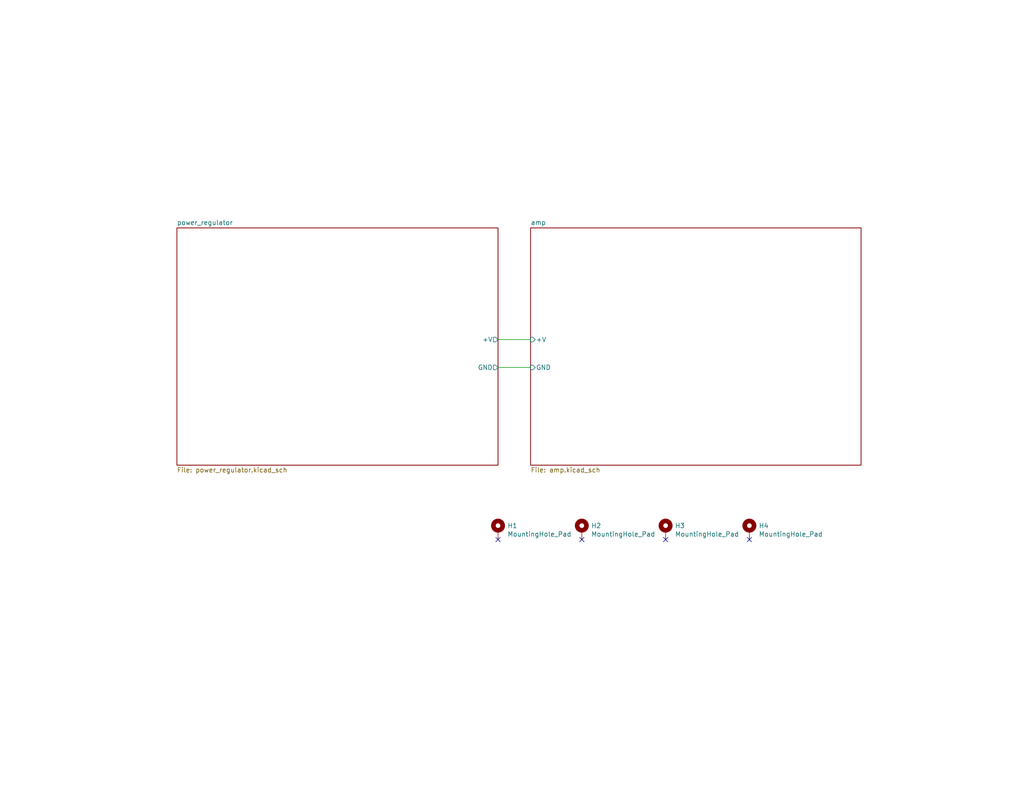
<source format=kicad_sch>
(kicad_sch (version 20230121) (generator eeschema)
  (paper "USLetter")
  (title_block (title "EL CHEAPO") (date "2021-01-05") (rev "0.1") (company "JDC") (comment 1 "Author: John Convertino"))
  (lib_symbols
    (symbol "Mechanical:MountingHole_Pad" (pin_numbers hide) (pin_names (offset 1.016) hide)
      (property "Reference" "H" (at 0 6.35 0))
      (property "Value" "MountingHole_Pad" (at 0 4.445 0))
      (symbol "MountingHole_Pad_0_1"
        (circle (center 0 1.27) (radius 1.27) (stroke (width 1.27)))
      )
      (symbol "MountingHole_Pad_1_1"
        (pin input line (at 0 -2.54 90) (length 2.54) (name "1") (number "1"))
      )
    )
  )
  (no_connect (at 204.47 147.32))
  (no_connect (at 135.89 147.32))
  (no_connect (at 158.75 147.32))
  (no_connect (at 181.61 147.32))
  (wire (pts (xy 135.89 92.71) (xy 144.78 92.71)))
  (wire (pts (xy 144.78 100.33) (xy 135.89 100.33)))
  (symbol (lib_id "Mechanical:MountingHole_Pad") (at 204.47 144.78 0) (unit 1)
    (property "Reference" "H4" (at 207.01 143.5354 0) (effects (justify left)))
    (property "Value" "MountingHole_Pad" (at 207.01 145.8468 0) (effects (justify left)))
    (property "Footprint" "MountingHole:MountingHole_4.3x6.2mm_M4_Pad" (effects hide))
  )
  (symbol (lib_id "Mechanical:MountingHole_Pad") (at 181.61 144.78 0) (unit 1)
    (property "Reference" "H3" (at 184.15 143.5354 0) (effects (justify left)))
    (property "Value" "MountingHole_Pad" (at 184.15 145.8468 0) (effects (justify left)))
    (property "Footprint" "MountingHole:MountingHole_4.3x6.2mm_M4_Pad" (effects hide))
  )
  (symbol (lib_id "Mechanical:MountingHole_Pad") (at 158.75 144.78 0) (unit 1)
    (property "Reference" "H2" (at 161.29 143.5354 0) (effects (justify left)))
    (property "Value" "MountingHole_Pad" (at 161.29 145.8468 0) (effects (justify left)))
    (property "Footprint" "MountingHole:MountingHole_4.3x6.2mm_M4_Pad" (effects hide))
  )
  (symbol (lib_id "Mechanical:MountingHole_Pad") (at 135.89 144.78 0) (unit 1)
    (property "Reference" "H1" (at 138.43 143.5354 0) (effects (justify left)))
    (property "Value" "MountingHole_Pad" (at 138.43 145.8468 0) (effects (justify left)))
    (property "Footprint" "MountingHole:MountingHole_4.3x6.2mm_M4_Pad" (effects hide))
  )
  (sheet (at 48.26 62.23) (size 87.63 64.77)
    (property "Sheetname" "power_regulator" (at 48.26 61.5184 0) (effects (justify left bottom)))
    (property "Sheetfile" "power_regulator.kicad_sch" (at 48.26 127.5846 0) (effects (justify left top)))
    (pin "GND" output (at 135.89 100.33 0))
    (pin "+V" output (at 135.89 92.71 0))
  )
  (sheet (at 144.78 62.23) (size 90.17 64.77)
    (property "Sheetname" "amp" (at 144.78 61.5184 0) (effects (justify left bottom)))
    (property "Sheetfile" "amp.kicad_sch" (at 144.78 127.5846 0) (effects (justify left top)))
    (pin "GND" input (at 144.78 100.33 180))
    (pin "+V" input (at 144.78 92.71 180))
  )
)
</source>
